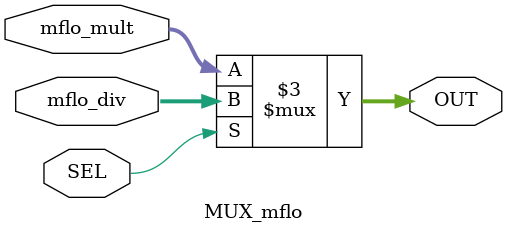
<source format=v>
module MUX_mflo (
    input SEL,
    input [31:0] mflo_mult,
    input [31:0] mflo_div, 
    output reg [31:0] OUT
);

    always @(*) begin

        if (SEL)
            OUT = mflo_div; // se for 1 ele pega do div
        else
            OUT = mflo_mult; // se for 0 ele pega do mult

    end

endmodule
</source>
